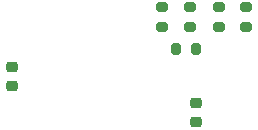
<source format=gtp>
G04 #@! TF.GenerationSoftware,KiCad,Pcbnew,9.0.0*
G04 #@! TF.CreationDate,2025-03-27T12:33:45-07:00*
G04 #@! TF.ProjectId,SNES2VGA,534e4553-3256-4474-912e-6b696361645f,1*
G04 #@! TF.SameCoordinates,Original*
G04 #@! TF.FileFunction,Paste,Top*
G04 #@! TF.FilePolarity,Positive*
%FSLAX46Y46*%
G04 Gerber Fmt 4.6, Leading zero omitted, Abs format (unit mm)*
G04 Created by KiCad (PCBNEW 9.0.0) date 2025-03-27 12:33:45*
%MOMM*%
%LPD*%
G01*
G04 APERTURE LIST*
G04 Aperture macros list*
%AMRoundRect*
0 Rectangle with rounded corners*
0 $1 Rounding radius*
0 $2 $3 $4 $5 $6 $7 $8 $9 X,Y pos of 4 corners*
0 Add a 4 corners polygon primitive as box body*
4,1,4,$2,$3,$4,$5,$6,$7,$8,$9,$2,$3,0*
0 Add four circle primitives for the rounded corners*
1,1,$1+$1,$2,$3*
1,1,$1+$1,$4,$5*
1,1,$1+$1,$6,$7*
1,1,$1+$1,$8,$9*
0 Add four rect primitives between the rounded corners*
20,1,$1+$1,$2,$3,$4,$5,0*
20,1,$1+$1,$4,$5,$6,$7,0*
20,1,$1+$1,$6,$7,$8,$9,0*
20,1,$1+$1,$8,$9,$2,$3,0*%
G04 Aperture macros list end*
%ADD10RoundRect,0.225000X0.250000X-0.225000X0.250000X0.225000X-0.250000X0.225000X-0.250000X-0.225000X0*%
%ADD11RoundRect,0.200000X-0.200000X-0.275000X0.200000X-0.275000X0.200000X0.275000X-0.200000X0.275000X0*%
%ADD12RoundRect,0.200000X0.275000X-0.200000X0.275000X0.200000X-0.275000X0.200000X-0.275000X-0.200000X0*%
G04 APERTURE END LIST*
D10*
X132430000Y-104825000D03*
X132430000Y-103275000D03*
D11*
X146355000Y-101730000D03*
X148005000Y-101730000D03*
D12*
X145130000Y-99845000D03*
X145130000Y-98195000D03*
X147560000Y-99845000D03*
X147560000Y-98195000D03*
X150010000Y-99845000D03*
X150010000Y-98195000D03*
X152270000Y-99845000D03*
X152270000Y-98195000D03*
D10*
X148060000Y-107860000D03*
X148060000Y-106310000D03*
M02*

</source>
